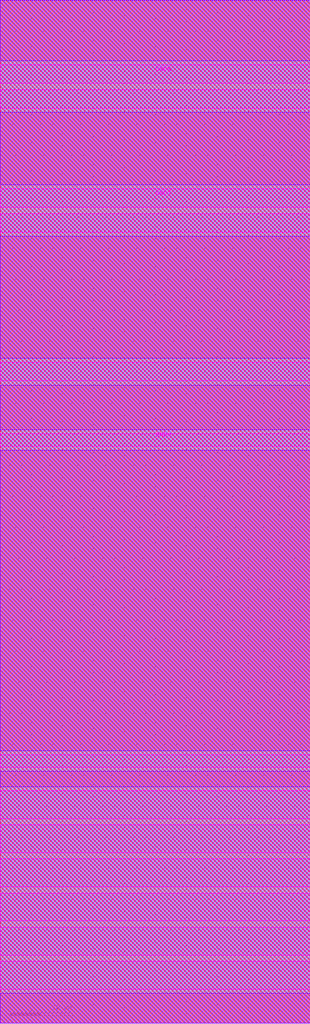
<source format=lef>
VERSION 5.6 ;
BUSBITCHARS "[]" ;
DIVIDERCHAR "/" ;

MACRO CUTGD
  CLASS ENDCAP BOTTOMLEFT ;
  ORIGIN 0 0 ;
  FOREIGN CUTGD 0 0 ;
  SIZE 50 BY 165 ;
  SYMMETRY X Y R90 ;
  SITE iocore_d ;
  PIN GNDO
    DIRECTION INOUT ;
    USE GROUND ;
    PORT
      LAYER ME7 ;
        RECT 0 5.5 50 10 ;
        RECT 0 11 50 15.5 ;
        RECT 0 16.5 50 21 ;
        RECT 0 22 50 26.5 ;
        RECT 0 27.5 50 32 ;
        RECT 0 33 50 37.5 ;
        RECT 0 41.275 50 43.275 ;
        RECT 0 93.1 50 95.1 ;
    END
  END GNDO
  PIN GNDI
    DIRECTION INOUT ;
    USE GROUND ;
    PORT
      LAYER ME7 ;
        RECT 0 103.6 50 106.6 ;
        RECT 0 127.6 50 130.6 ;
        RECT 0 131.6 50 134.6 ;
    END
  END GNDI
  PIN GNDK
    DIRECTION INOUT ;
    USE GROUND ;
    PORT
      LAYER ME7 ;
        RECT 0 147.6 50 150.6 ;
        RECT 0 151.6 50 154.6 ;
    END
  END GNDK
  OBS
    LAYER ME1 SPACING 0.05 ;
      RECT 0 0 50 165 ;
    LAYER ME2 SPACING 0.05 ;
      RECT 0 0 50 165 ;
    LAYER ME3 SPACING 0.05 ;
      RECT 0 0 50 165 ;
    LAYER ME4 ;
      RECT 0 93.1 50 95.1 ;
      RECT 0 103.6 50 106.6 ;
      RECT 0 127.6 50 130.6 ;
      RECT 0 131.6 50 134.6 ;
      RECT 0 147.6 50 150.6 ;
      RECT 0 151.6 50 154.6 ;
    LAYER ME4 SPACING 0.05 ;
      RECT 0 0 50 165 ;
    LAYER ME5 ;
      RECT 0 5.5 50 10 ;
      RECT 0 11 50 15.5 ;
      RECT 0 16.5 50 21 ;
      RECT 0 22 50 26.5 ;
      RECT 0 27.5 50 32 ;
      RECT 0 33 50 37.5 ;
      RECT 0 41.275 50 43.275 ;
      RECT 0 93.1 50 95.1 ;
      RECT 0 103.6 50 106.6 ;
      RECT 0 127.6 50 130.6 ;
      RECT 0 131.6 50 134.6 ;
      RECT 0 147.6 50 150.6 ;
      RECT 0 151.6 50 154.6 ;
    LAYER ME5 SPACING 0.05 ;
      RECT 0 0 50 165 ;
    LAYER ME6 ;
      RECT 0 5.5 50 10 ;
      RECT 0 11 50 15.5 ;
      RECT 0 16.5 50 21 ;
      RECT 0 22 50 26.5 ;
      RECT 0 27.5 50 32 ;
      RECT 0 33 50 37.5 ;
      RECT 0 41.275 50 43.275 ;
      RECT 0 93.1 50 95.1 ;
      RECT 0 103.6 50 106.6 ;
      RECT 0 127.6 50 130.6 ;
      RECT 0 131.6 50 134.6 ;
      RECT 0 147.6 50 150.6 ;
      RECT 0 151.6 50 154.6 ;
    LAYER ME6 SPACING 0.05 ;
      RECT 0 0 50 165 ;
    LAYER ME7 SPACING 0.4 ;
      RECT 0 0 50 4.84 ;
      RECT 0 38.16 50 40.615 ;
      RECT 0 43.935 50 92.44 ;
      RECT 0 95.76 50 102.94 ;
      RECT 0 107.26 50 126.94 ;
      RECT 0 135.26 50 146.94 ;
      RECT 0 155.26 50 165 ;
    LAYER ME8 SPACING 0.4 ;
      RECT 0 0 50 4.84 ;
      RECT 0 38.16 50 40.615 ;
      RECT 0 43.935 50 92.44 ;
      RECT 0 95.76 50 102.94 ;
      RECT 0 107.26 50 126.94 ;
      RECT 0 135.26 50 146.94 ;
      RECT 0 155.26 50 165 ;
  END
END CUTGD

END LIBRARY

</source>
